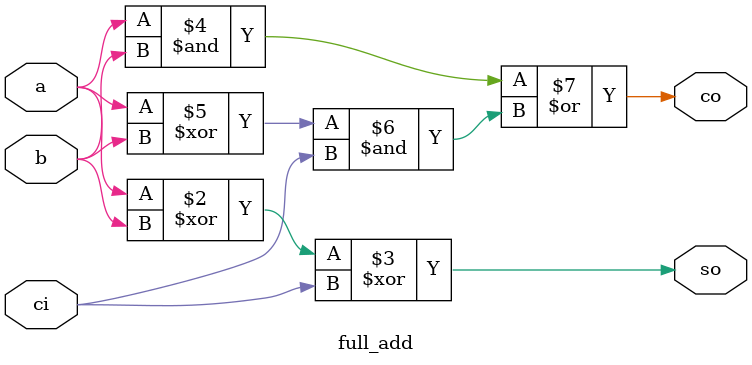
<source format=v>
`timescale 1ns / 1ps


module full_add(
input wire a,
input wire b,
input wire ci,
output reg so,
output reg co
    );
    always @ (*) begin
    so = a ^ b ^ ci;
    co = (a & b) | (a^b) & ci;
    end
endmodule

</source>
